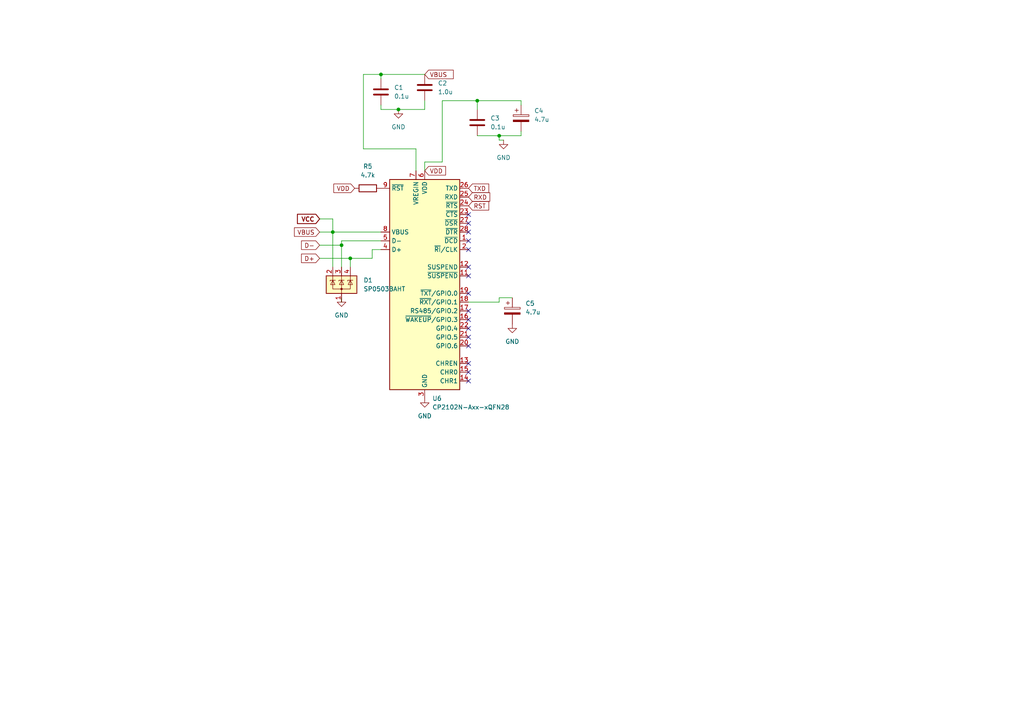
<source format=kicad_sch>
(kicad_sch (version 20231120) (generator "eeschema") (generator_version "8.0")
  (paper "A4")
  (lib_symbols
    (symbol "Device:C" (pin_numbers hide) (pin_names (offset 0.254))
      (property "Reference" "C" (at 0.635 2.54 0))
      (property "Value" "C" (at 0.635 -2.54 0))
      (symbol "C_0_1"
        (polyline (pts (xy -2.032 -0.762) (xy 2.032 -0.762)) (stroke (width 0.508)))
        (polyline (pts (xy -2.032 0.762) (xy 2.032 0.762)) (stroke (width 0.508)))
      )
      (symbol "C_1_1"
        (pin passive line (at 0 3.81 270) (length 2.794) (name "~") (number "1"))
        (pin passive line (at 0 -3.81 90) (length 2.794) (name "~") (number "2"))
      )
    )
    (symbol "Device:C_Polarized" (pin_numbers hide) (pin_names (offset 0.254))
      (property "Reference" "C" (at 0.635 2.54 0))
      (property "Value" "C_Polarized" (at 0.635 -2.54 0))
      (symbol "C_Polarized_0_1"
        (rectangle (start -2.286 0.508) (end 2.286 1.016))
        (polyline (pts (xy -1.778 2.286) (xy -0.762 2.286)))
        (polyline (pts (xy -1.27 2.794) (xy -1.27 1.778)))
        (rectangle (start 2.286 -0.508) (end -2.286 -1.016) (fill (type outline)))
      )
      (symbol "C_Polarized_1_1"
        (pin passive line (at 0 3.81 270) (length 2.794) (name "~") (number "1"))
        (pin passive line (at 0 -3.81 90) (length 2.794) (name "~") (number "2"))
      )
    )
    (symbol "Device:R" (pin_numbers hide) (pin_names (offset 0))
      (property "Reference" "R" (at 2.032 0 90))
      (property "Value" "R" (at 0 0 90))
      (symbol "R_0_1"
        (rectangle (start -1.016 -2.54) (end 1.016 2.54) (stroke (width 0.254)))
      )
      (symbol "R_1_1"
        (pin passive line (at 0 3.81 270) (length 1.27) (name "~") (number "1"))
        (pin passive line (at 0 -3.81 90) (length 1.27) (name "~") (number "2"))
      )
    )
    (symbol "Interface_USB:CP2102N-Axx-xQFN28"
      (property "Reference" "U" (at -8.89 31.75 0))
      (property "Value" "CP2102N-Axx-xQFN28" (at 12.7 31.75 0))
      (symbol "CP2102N-Axx-xQFN28_0_1"
        (rectangle (start -10.16 30.48) (end 10.16 -30.48) (stroke (width 0.254)) (fill (type background)))
      )
      (symbol "CP2102N-Axx-xQFN28_1_1"
        (pin input line (at 12.7 12.7 180) (length 2.54) (name "~{DCD}") (number "1"))
        (pin no_connect line (at -10.16 -27.94 0) (length 2.54) hide (name "NC") (number "10"))
        (pin output line (at 12.7 2.54 180) (length 2.54) (name "~{SUSPEND}") (number "11"))
        (pin output line (at 12.7 5.08 180) (length 2.54) (name "SUSPEND") (number "12"))
        (pin output line (at 12.7 -22.86 180) (length 2.54) (name "CHREN") (number "13"))
        (pin output line (at 12.7 -27.94 180) (length 2.54) (name "CHR1") (number "14"))
        (pin output line (at 12.7 -25.4 180) (length 2.54) (name "CHR0") (number "15"))
        (pin bidirectional line (at 12.7 -10.16 180) (length 2.54) (name "~{WAKEUP}/GPIO.3") (number "16"))
        (pin bidirectional line (at 12.7 -7.62 180) (length 2.54) (name "RS485/GPIO.2") (number "17"))
        (pin bidirectional line (at 12.7 -5.08 180) (length 2.54) (name "~{RXT}/GPIO.1") (number "18"))
        (pin bidirectional line (at 12.7 -2.54 180) (length 2.54) (name "~{TXT}/GPIO.0") (number "19"))
        (pin bidirectional line (at 12.7 10.16 180) (length 2.54) (name "~{RI}/CLK") (number "2"))
        (pin bidirectional line (at 12.7 -17.78 180) (length 2.54) (name "GPIO.6") (number "20"))
        (pin bidirectional line (at 12.7 -15.24 180) (length 2.54) (name "GPIO.5") (number "21"))
        (pin bidirectional line (at 12.7 -12.7 180) (length 2.54) (name "GPIO.4") (number "22"))
        (pin input line (at 12.7 20.32 180) (length 2.54) (name "~{CTS}") (number "23"))
        (pin output line (at 12.7 22.86 180) (length 2.54) (name "~{RTS}") (number "24"))
        (pin input line (at 12.7 25.4 180) (length 2.54) (name "RXD") (number "25"))
        (pin output line (at 12.7 27.94 180) (length 2.54) (name "TXD") (number "26"))
        (pin input line (at 12.7 17.78 180) (length 2.54) (name "~{DSR}") (number "27"))
        (pin output line (at 12.7 15.24 180) (length 2.54) (name "~{DTR}") (number "28"))
        (pin passive line (at 0 -33.02 90) (length 2.54) hide (name "GND") (number "29"))
        (pin power_in line (at 0 -33.02 90) (length 2.54) (name "GND") (number "3"))
        (pin bidirectional line (at -12.7 10.16 0) (length 2.54) (name "D+") (number "4"))
        (pin bidirectional line (at -12.7 12.7 0) (length 2.54) (name "D-") (number "5"))
        (pin power_in line (at 0 33.02 270) (length 2.54) (name "VDD") (number "6"))
        (pin power_in line (at -2.54 33.02 270) (length 2.54) (name "VREGIN") (number "7"))
        (pin input line (at -12.7 15.24 0) (length 2.54) (name "VBUS") (number "8"))
        (pin input line (at -12.7 27.94 0) (length 2.54) (name "~{RST}") (number "9"))
      )
    )
    (symbol "Power_Protection:SP0503BAHT" (pin_names hide)
      (property "Reference" "D" (at 5.715 2.54 0))
      (property "Value" "SP0503BAHT" (at 5.715 0.635 0))
      (symbol "SP0503BAHT_0_0"
        (pin passive line (at 0 -5.08 90) (length 2.54) (name "A") (number "1"))
      )
      (symbol "SP0503BAHT_0_1"
        (rectangle (start -4.445 2.54) (end 4.445 -2.54) (stroke (width 0.254)) (fill (type background)))
        (circle (center 0 -1.27) (radius 0.254) (fill (type outline)))
        (polyline (pts (xy -2.54 2.54) (xy -2.54 1.27)))
        (polyline (pts (xy 0 -1.27) (xy 0 -2.54)))
        (polyline (pts (xy 0 -1.27) (xy 0 1.27)))
        (polyline (pts (xy 0 2.54) (xy 0 1.27)))
        (polyline (pts (xy 0.635 1.27) (xy 0.762 1.27)))
        (polyline (pts (xy 2.54 2.54) (xy 2.54 1.27)))
        (polyline (pts (xy 0.635 1.27) (xy -0.762 1.27) (xy -0.762 1.016)))
        (polyline (pts (xy -3.302 1.016) (xy -3.302 1.27) (xy -1.905 1.27) (xy -1.778 1.27)))
        (polyline (pts (xy -2.54 1.27) (xy -2.54 -1.27) (xy 2.54 -1.27) (xy 2.54 1.27)))
        (polyline (pts (xy -2.54 1.27) (xy -1.905 0) (xy -3.175 0) (xy -2.54 1.27)))
        (polyline (pts (xy 0.635 0) (xy -0.635 0) (xy 0 1.27) (xy 0.635 0)))
        (polyline (pts (xy 1.778 1.016) (xy 1.778 1.27) (xy 3.175 1.27) (xy 3.302 1.27)))
        (polyline (pts (xy 2.54 1.27) (xy 1.905 0) (xy 3.175 0) (xy 2.54 1.27)))
      )
      (symbol "SP0503BAHT_1_1"
        (pin passive line (at -2.54 5.08 270) (length 2.54) (name "K") (number "2"))
        (pin passive line (at 0 5.08 270) (length 2.54) (name "K") (number "3"))
        (pin passive line (at 2.54 5.08 270) (length 2.54) (name "K") (number "4"))
      )
    )
    (symbol "power:GND" (power) (pin_numbers hide) (pin_names (offset 0) hide)
      (property "Value" "GND" (at 0 -3.81 0))
      (symbol "GND_0_1"
        (polyline (pts (xy 0 0) (xy 0 -1.27) (xy 1.27 -1.27) (xy 0 -2.54) (xy -1.27 -1.27) (xy 0 -1.27)))
      )
      (symbol "GND_1_1"
        (pin power_in line (at 0 0 270) (length 0) (name "~") (number "1"))
      )
    )
  )
  (junction (at 96.52 67.31))
  (junction (at 99.06 71.12))
  (junction (at 138.43 29.21))
  (junction (at 115.57 31.75))
  (junction (at 144.78 39.37))
  (junction (at 110.49 21.59))
  (junction (at 101.6 74.93))
  (no_connect (at 135.89 92.71))
  (no_connect (at 135.89 62.23))
  (no_connect (at 135.89 64.77))
  (no_connect (at 135.89 107.95))
  (no_connect (at 135.89 72.39))
  (no_connect (at 135.89 105.41))
  (no_connect (at 135.89 85.09))
  (no_connect (at 135.89 110.49))
  (no_connect (at 135.89 90.17))
  (no_connect (at 135.89 67.31))
  (no_connect (at 135.89 80.01))
  (no_connect (at 135.89 100.33))
  (no_connect (at 135.89 95.25))
  (no_connect (at 135.89 77.47))
  (no_connect (at 135.89 97.79))
  (no_connect (at 135.89 69.85))
  (wire (pts (xy 110.49 21.59) (xy 123.19 21.59)))
  (wire (pts (xy 99.06 69.85) (xy 99.06 71.12)))
  (wire (pts (xy 107.95 72.39) (xy 110.49 72.39)))
  (wire (pts (xy 105.41 43.18) (xy 120.65 43.18)))
  (wire (pts (xy 96.52 63.5) (xy 96.52 67.31)))
  (wire (pts (xy 146.05 40.64) (xy 144.78 40.64)))
  (wire (pts (xy 92.71 63.5) (xy 96.52 63.5)))
  (wire (pts (xy 101.6 74.93) (xy 101.6 77.47)))
  (wire (pts (xy 144.78 86.36) (xy 148.59 86.36)))
  (wire (pts (xy 115.57 31.75) (xy 123.19 31.75)))
  (wire (pts (xy 92.71 71.12) (xy 99.06 71.12)))
  (wire (pts (xy 123.19 46.99) (xy 123.19 49.53)))
  (wire (pts (xy 96.52 67.31) (xy 110.49 67.31)))
  (wire (pts (xy 99.06 86.36) (xy 99.06 87.63)))
  (wire (pts (xy 138.43 31.75) (xy 138.43 29.21)))
  (wire (pts (xy 138.43 29.21) (xy 128.27 29.21)))
  (wire (pts (xy 107.95 74.93) (xy 107.95 72.39)))
  (wire (pts (xy 96.52 67.31) (xy 96.52 77.47)))
  (wire (pts (xy 110.49 30.48) (xy 110.49 31.75)))
  (wire (pts (xy 120.65 43.18) (xy 120.65 49.53)))
  (wire (pts (xy 99.06 69.85) (xy 110.49 69.85)))
  (wire (pts (xy 128.27 29.21) (xy 128.27 46.99)))
  (wire (pts (xy 105.41 21.59) (xy 110.49 21.59)))
  (wire (pts (xy 110.49 31.75) (xy 115.57 31.75)))
  (wire (pts (xy 99.06 71.12) (xy 99.06 77.47)))
  (wire (pts (xy 151.13 29.21) (xy 151.13 30.48)))
  (wire (pts (xy 110.49 22.86) (xy 110.49 21.59)))
  (wire (pts (xy 144.78 40.64) (xy 144.78 39.37)))
  (wire (pts (xy 101.6 74.93) (xy 107.95 74.93)))
  (wire (pts (xy 92.71 74.93) (xy 101.6 74.93)))
  (wire (pts (xy 144.78 87.63) (xy 144.78 86.36)))
  (wire (pts (xy 92.71 67.31) (xy 96.52 67.31)))
  (wire (pts (xy 138.43 39.37) (xy 144.78 39.37)))
  (wire (pts (xy 144.78 39.37) (xy 151.13 39.37)))
  (wire (pts (xy 128.27 46.99) (xy 123.19 46.99)))
  (wire (pts (xy 138.43 29.21) (xy 151.13 29.21)))
  (wire (pts (xy 123.19 29.21) (xy 123.19 31.75)))
  (wire (pts (xy 151.13 38.1) (xy 151.13 39.37)))
  (wire (pts (xy 105.41 43.18) (xy 105.41 21.59)))
  (wire (pts (xy 135.89 87.63) (xy 144.78 87.63)))
  (global_label "VBUS" (shape input) (at 92.71 67.31 180) (property "Intersheetrefs" "${INTERSHEET_REFS}" (effects (hide yes))))
  (global_label "D+" (shape input) (at 92.71 74.93 180) (property "Intersheetrefs" "${INTERSHEET_REFS}" (effects (hide yes))))
  (global_label "VBUS " (shape input) (at 123.19 21.59 0) (property "Intersheetrefs" "${INTERSHEET_REFS}" (effects (hide yes))))
  (global_label "VDD" (shape input) (at 102.87 54.61 180) (property "Intersheetrefs" "${INTERSHEET_REFS}" (effects (hide yes))))
  (global_label "RXD" (shape input) (at 135.89 57.15 0) (property "Intersheetrefs" "${INTERSHEET_REFS}" (effects (hide yes))))
  (global_label "VDD" (shape input) (at 123.19 49.53 0) (property "Intersheetrefs" "${INTERSHEET_REFS}" (effects (hide yes))))
  (global_label "TXD" (shape input) (at 135.89 54.61 0) (property "Intersheetrefs" "${INTERSHEET_REFS}" (effects (hide yes))))
  (global_label "D-" (shape input) (at 92.71 71.12 180) (property "Intersheetrefs" "${INTERSHEET_REFS}" (effects (hide yes))))
  (global_label "VCC" (shape input) (at 92.71 63.5 180) (effects (font (thickness 0.254) (bold yes))) (property "Intersheetrefs" "${INTERSHEET_REFS}" (effects (hide yes))))
  (global_label "RST" (shape input) (at 135.89 59.69 0) (property "Intersheetrefs" "${INTERSHEET_REFS}" (effects (hide yes))))
  (symbol (lib_id "Power_Protection:SP0503BAHT") (at 99.06 82.55 0) (unit 1)
    (property "Reference" "D1" (at 105.41 81.2799 0) (effects (justify left)))
    (property "Value" "SP0503BAHT" (at 105.41 83.8199 0) (effects (justify left)))
    (property "Footprint" "Package_TO_SOT_SMD:SOT-143" (effects (hide yes)))
    (property "Datasheet" "http://www.littelfuse.com/~/media/files/littelfuse/technical%20resources/documents/data%20sheets/sp05xxba.pdf" (effects (hide yes)))
    (property "Description" "TVS Diode Array, 5.5V Standoff, 3 Channels, SOT-143 package" (effects (hide yes)))
  )
  (symbol (lib_id "Device:R") (at 106.68 54.61 90) (unit 1)
    (property "Reference" "R5" (at 106.68 48.26 90))
    (property "Value" "4.7k" (at 106.68 50.8 90))
    (property "Description" "Resistor" (effects (hide yes)))
  )
  (symbol (lib_id "Device:C_Polarized") (at 151.13 34.29 0) (unit 1)
    (property "Reference" "C4" (at 154.94 32.1309 0) (effects (justify left)))
    (property "Value" "4.7u" (at 154.94 34.6709 0) (effects (justify left)))
    (property "Description" "Polarized capacitor" (effects (hide yes)))
  )
  (symbol (lib_id "Device:C") (at 123.19 25.4 0) (unit 1)
    (property "Reference" "C2" (at 127 24.1299 0) (effects (justify left)))
    (property "Value" "1.0u" (at 127 26.6699 0) (effects (justify left)))
    (property "Description" "Unpolarized capacitor" (effects (hide yes)))
  )
  (symbol (lib_id "Interface_USB:CP2102N-Axx-xQFN28") (at 123.19 82.55 0) (unit 1)
    (property "Reference" "U6" (at 125.3841 115.57 0) (effects (justify left)))
    (property "Value" "CP2102N-Axx-xQFN28" (at 125.3841 118.11 0) (effects (justify left)))
    (property "Footprint" "Package_DFN_QFN:QFN-28-1EP_5x5mm_P0.5mm_EP3.35x3.35mm" (effects (hide yes)))
    (property "Datasheet" "https://www.silabs.com/documents/public/data-sheets/cp2102n-datasheet.pdf" (effects (hide yes)))
    (property "Description" "USB to UART master bridge, QFN-28" (effects (hide yes)))
  )
  (symbol (lib_id "power:GND") (at 148.59 93.98 0) (unit 1)
    (property "Reference" "#PWR09" (effects (hide yes)))
    (property "Value" "GND" (at 148.59 99.06 0))
    (property "Description" "Power symbol creates a global label with name \"GND\" , ground" (effects (hide yes)))
  )
  (symbol (lib_id "Device:C") (at 110.49 26.67 0) (unit 1)
    (property "Reference" "C1" (at 114.3 25.3999 0) (effects (justify left)))
    (property "Value" "0.1u" (at 114.3 27.9399 0) (effects (justify left)))
    (property "Description" "Unpolarized capacitor" (effects (hide yes)))
  )
  (symbol (lib_id "Device:C_Polarized") (at 148.59 90.17 0) (unit 1)
    (property "Reference" "C5" (at 152.4 88.0109 0) (effects (justify left)))
    (property "Value" "4.7u" (at 152.4 90.5509 0) (effects (justify left)))
    (property "Description" "Polarized capacitor" (effects (hide yes)))
  )
  (symbol (lib_id "Device:C") (at 138.43 35.56 0) (unit 1)
    (property "Reference" "C3" (at 142.24 34.2899 0) (effects (justify left)))
    (property "Value" "0.1u" (at 142.24 36.8299 0) (effects (justify left)))
    (property "Description" "Unpolarized capacitor" (effects (hide yes)))
  )
  (symbol (lib_id "power:GND") (at 146.05 40.64 0) (unit 1)
    (property "Reference" "#PWR07" (effects (hide yes)))
    (property "Value" "GND" (at 146.05 45.72 0))
    (property "Description" "Power symbol creates a global label with name \"GND\" , ground" (effects (hide yes)))
  )
  (symbol (lib_id "power:GND") (at 115.57 31.75 0) (unit 1)
    (property "Reference" "#PWR06" (effects (hide yes)))
    (property "Value" "GND" (at 115.57 36.83 0))
    (property "Description" "Power symbol creates a global label with name \"GND\" , ground" (effects (hide yes)))
  )
  (symbol (lib_id "power:GND") (at 99.06 86.36 0) (unit 1)
    (property "Reference" "#PWR08" (effects (hide yes)))
    (property "Value" "GND" (at 99.06 91.44 0))
    (property "Description" "Power symbol creates a global label with name \"GND\" , ground" (effects (hide yes)))
  )
  (symbol (lib_id "power:GND") (at 123.19 115.57 0) (unit 1)
    (property "Reference" "#PWR010" (effects (hide yes)))
    (property "Value" "GND" (at 123.19 120.65 0))
    (property "Description" "Power symbol creates a global label with name \"GND\" , ground" (effects (hide yes)))
  )
)
</source>
